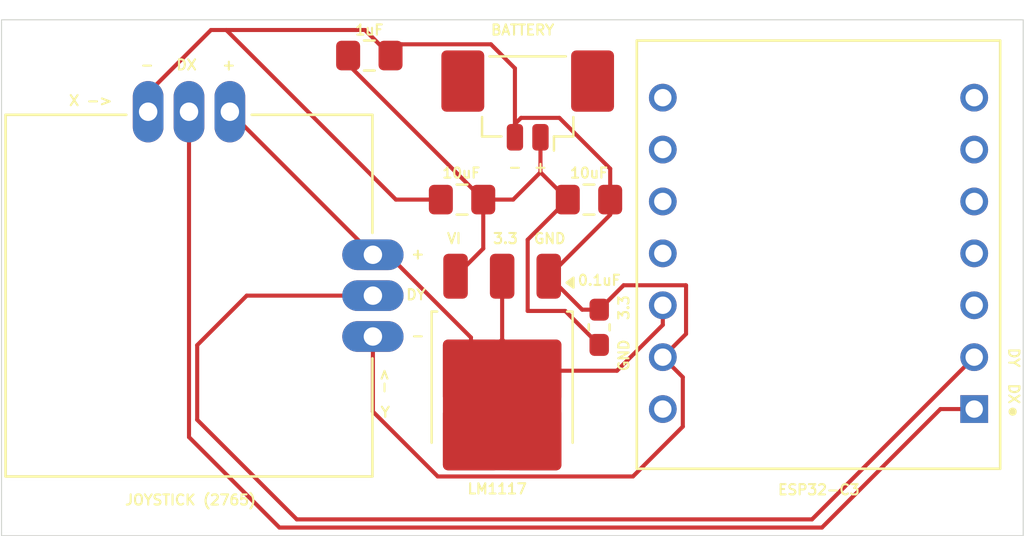
<source format=kicad_pcb>
(kicad_pcb (version 20240108) (generator "pcbnew") (generator_version "8.0")
  (layers (0 "F.Cu" signal) (31 "B.Cu" signal) (34 "B.Paste" user) (35 "F.Paste" user) (36 "B.SilkS" user "B.Silkscreen") (37 "F.SilkS" user "F.Silkscreen") (38 "B.Mask" user) (39 "F.Mask" user) (44 "Edge.Cuts" user))
  (net 0 "")
  (net 1 "/PWR")
  (net 2 "GND")
  (net 3 "/3.3V")
  (net 14 "/Y")
  (net 15 "/X")
  (footprint "Capacitor_SMD:C_0805_2012Metric_Pad1.18x1.45mm_HandSolder" (layer "F.Cu") (at 55.5 54.25)
    (property "Reference" "1uF" (at 0 -1.25 0) (layer "F.SilkS") (effects (font (size 0.5 0.5) (thickness 0.1) (bold yes))))
    (property "Value" "1uF")
    (fp_line (start -0.261252 -0.735) (end 0.261252 -0.735) (stroke (width 0.12)) (layer "F.SilkS"))
    (fp_line (start -0.261252 0.735) (end 0.261252 0.735) (stroke (width 0.12)) (layer "F.SilkS"))
    (pad "1" smd roundrect (at -1.0375 0) (size 1.175 1.45) (layers "F.Cu" "F.Paste" "F.Mask") (roundrect_rratio 0.212766) (net 1 "/PWR"))
    (pad "2" smd roundrect (at 1.0375 0) (size 1.175 1.45) (layers "F.Cu" "F.Paste" "F.Mask") (roundrect_rratio 0.212766) (net 2 "GND"))
  )
  (footprint "Package_TO_SOT_SMD:TO-252-3_TabPin2" (layer "F.Cu") (at 62 70.09 -90)
    (property "Reference" "U1")
    (property "Value" "LM1117DT-3.3")
    (fp_line (start -3.31 3.45) (end -3.31 3.18) (stroke (width 0.12)) (layer "F.SilkS"))
    (fp_line (start 3.11 3.45) (end -3.31 3.45) (stroke (width 0.12)) (layer "F.SilkS"))
    (fp_line (start -3.31 -3.45) (end -3.31 -3.18) (stroke (width 0.12)) (layer "F.SilkS"))
    (fp_line (start 3.11 -3.45) (end -3.31 -3.45) (stroke (width 0.12)) (layer "F.SilkS"))
    (fp_poly (pts (xy -4.725 -3.16) (xy -4.965 -3.49) (xy -4.485 -3.49) (xy -4.725 -3.16)) (stroke (width 0.12)) (fill solid) (layer "F.SilkS"))
    (pad "1" smd roundrect (at -5.04 -2.28 270) (size 2.2 1.2) (layers "F.Cu" "F.Paste" "F.Mask") (roundrect_rratio 0.208333) (net 2 "GND"))
    (pad "2" smd roundrect (at -5.04 0 270) (size 2.2 1.2) (layers "F.Cu" "F.Paste" "F.Mask") (roundrect_rratio 0.208333) (net 3 "/3.3V"))
    (pad "2" smd roundrect (at -0.415 -1.525 270) (size 3.05 2.75) (layers "F.Cu" "F.Paste") (roundrect_rratio 0.090909) (net 3 "/3.3V"))
    (pad "2" smd roundrect (at -0.415 1.525 270) (size 3.05 2.75) (layers "F.Cu" "F.Paste") (roundrect_rratio 0.090909) (net 3 "/3.3V"))
    (pad "2" smd roundrect (at 1.26 0 270) (size 6.4 5.8) (layers "F.Cu" "F.Mask") (roundrect_rratio 0.043103) (net 3 "/3.3V"))
    (pad "2" smd roundrect (at 2.935 -1.525 270) (size 3.05 2.75) (layers "F.Cu" "F.Paste") (roundrect_rratio 0.090909) (net 3 "/3.3V"))
    (pad "2" smd roundrect (at 2.935 1.525 270) (size 3.05 2.75) (layers "F.Cu" "F.Paste") (roundrect_rratio 0.090909) (net 3 "/3.3V"))
    (pad "3" smd roundrect (at -5.04 2.28 270) (size 2.2 1.2) (layers "F.Cu" "F.Paste" "F.Mask") (roundrect_rratio 0.208333) (net 1 "/PWR"))
  )
  (footprint "Connector_Molex:Molex_PicoBlade_53398-0271_1x02-1MP_P1.25mm_Vertical" (layer "F.Cu") (at 63.25 57 180)
    (property "Reference" "BATTERY" (at 0.25 4 180) (layer "F.SilkS") (effects (font (size 0.5 0.5) (thickness 0.1) (bold yes))))
    (property "Value" "BATTERY")
    (fp_line (start 2.235 -0.26) (end 2.235 -1.21) (stroke (width 0.12)) (layer "F.SilkS"))
    (fp_line (start 2.235 -1.21) (end 1.285 -1.21) (stroke (width 0.12)) (layer "F.SilkS"))
    (fp_line (start -1.285 -1.21) (end -1.285 -1.9) (stroke (width 0.12)) (layer "F.SilkS"))
    (fp_line (start -1.865 2.71) (end 1.865 2.71) (stroke (width 0.12)) (layer "F.SilkS"))
    (fp_line (start -2.235 -0.26) (end -2.235 -1.21) (stroke (width 0.12)) (layer "F.SilkS"))
    (fp_line (start -2.235 -1.21) (end -1.285 -1.21) (stroke (width 0.12)) (layer "F.SilkS"))
    (pad "1" smd roundrect (at -0.625 -1.25 180) (size 0.8 1.3) (layers "F.Cu" "F.Paste" "F.Mask") (net 1 "/PWR"))
    (pad "2" smd roundrect (at 0.625 -1.25 180) (size 0.8 1.3) (layers "F.Cu" "F.Paste" "F.Mask") (net 2 "GND"))
    (pad "MP" smd roundrect (at -3.175 1.5 180) (size 2.1 3) (layers "F.Cu" "F.Paste" "F.Mask") (roundrect_rratio 0.119048))
    (pad "MP" smd roundrect (at 3.175 1.5 180) (size 2.1 3) (layers "F.Cu" "F.Paste" "F.Mask") (roundrect_rratio 0.119048))
  )
  (footprint "Capacitor_SMD:C_0805_2012Metric_Pad1.18x1.45mm_HandSolder" (layer "F.Cu") (at 60.0375 61.3 180)
    (property "Reference" "10uF" (at 0.0375 1.3 180) (layer "F.SilkS") (effects (font (size 0.5 0.5) (thickness 0.1) (bold yes))))
    (property "Value" "10uF")
    (fp_line (start -0.261252 0.735) (end 0.261252 0.735) (stroke (width 0.12)) (layer "F.SilkS"))
    (fp_line (start -0.261252 -0.735) (end 0.261252 -0.735) (stroke (width 0.12)) (layer "F.SilkS"))
    (pad "1" smd roundrect (at -1.0375 0 180) (size 1.175 1.45) (layers "F.Cu" "F.Paste" "F.Mask") (roundrect_rratio 0.212766) (net 1 "/PWR"))
    (pad "2" smd roundrect (at 1.0375 0 180) (size 1.175 1.45) (layers "F.Cu" "F.Paste" "F.Mask") (roundrect_rratio 0.212766) (net 2 "GND"))
  )
  (footprint "Capacitor_SMD:C_0603_1608Metric_Pad1.08x0.95mm_HandSolder" (layer "F.Cu") (at 66.75 67.55 90)
    (property "Reference" "0.1uF" (at 2.3 0 0) (layer "F.SilkS") (effects (font (size 0.5 0.5) (thickness 0.1) (bold yes))))
    (property "Value" "0.1uF")
    (fp_line (start -0.146267 -0.51) (end 0.146267 -0.51) (stroke (width 0.12)) (layer "F.SilkS"))
    (fp_line (start -0.146267 0.51) (end 0.146267 0.51) (stroke (width 0.12)) (layer "F.SilkS"))
    (pad "1" smd roundrect (at -0.8625 0 90) (size 1.075 0.95) (layers "F.Cu" "F.Paste" "F.Mask") (net 1 "/PWR"))
    (pad "2" smd roundrect (at 0.8625 0 90) (size 1.075 0.95) (layers "F.Cu" "F.Paste" "F.Mask") (net 2 "GND"))
  )
  (footprint "113991054:MODULE_113991054" (layer "F.Cu") (at 77.4825 63.995 180)
    (property "Reference" "ESP32-C3" (at -0.0175 -11.505 180) (layer "F.SilkS") (effects (font (size 0.5 0.5) (thickness 0.1) (bold yes))))
    (property "Value" "113991054")
    (fp_line (start 8.89 10.4775) (end -8.89 10.4775) (stroke (width 0.127)) (layer "F.SilkS"))
    (fp_line (start 8.89 -10.4775) (end 8.89 10.4775) (stroke (width 0.127)) (layer "F.SilkS"))
    (fp_line (start -8.89 10.4775) (end -8.89 -10.4775) (stroke (width 0.127)) (layer "F.SilkS"))
    (fp_line (start -8.89 -10.4775) (end 8.89 -10.4775) (stroke (width 0.127)) (layer "F.SilkS"))
    (fp_circle (center -9.5 -7.6835) (end -9.4 -7.6835) (stroke (width 0.2)) (fill none) (layer "F.SilkS"))
    (pad "1" thru_hole rect (at -7.62 -7.5565 180) (size 1.358 1.358) (drill 0.85) (layers "*.Cu" "*.Mask") (net 15 "/X"))
    (pad "2" thru_hole circle (at -7.62 -5.0165 180) (size 1.358 1.358) (drill 0.85) (layers "*.Cu" "*.Mask") (net 14 "/Y"))
    (pad "3" thru_hole circle (at -7.62 -2.4765 180) (size 1.358 1.358) (drill 0.85) (layers "*.Cu" "*.Mask"))
    (pad "4" thru_hole circle (at -7.62 0.0635 180) (size 1.358 1.358) (drill 0.85) (layers "*.Cu" "*.Mask"))
    (pad "5" thru_hole circle (at -7.62 2.6035 180) (size 1.358 1.358) (drill 0.85) (layers "*.Cu" "*.Mask"))
    (pad "6" thru_hole circle (at -7.62 5.1435 180) (size 1.358 1.358) (drill 0.85) (layers "*.Cu" "*.Mask"))
    (pad "7" thru_hole circle (at -7.62 7.6835 180) (size 1.358 1.358) (drill 0.85) (layers "*.Cu" "*.Mask"))
    (pad "8" thru_hole circle (at 7.62 7.6835 180) (size 1.358 1.358) (drill 0.85) (layers "*.Cu" "*.Mask"))
    (pad "9" thru_hole circle (at 7.62 5.1435 180) (size 1.358 1.358) (drill 0.85) (layers "*.Cu" "*.Mask"))
    (pad "10" thru_hole circle (at 7.62 2.6035 180) (size 1.358 1.358) (drill 0.85) (layers "*.Cu" "*.Mask"))
    (pad "11" thru_hole circle (at 7.62 0.0635 180) (size 1.358 1.358) (drill 0.85) (layers "*.Cu" "*.Mask"))
    (pad "12" thru_hole circle (at 7.62 -2.4765 180) (size 1.358 1.358) (drill 0.85) (layers "*.Cu" "*.Mask") (net 3 "/3.3V"))
    (pad "13" thru_hole circle (at 7.62 -5.0165 180) (size 1.358 1.358) (drill 0.85) (layers "*.Cu" "*.Mask") (net 2 "GND"))
    (pad "14" thru_hole circle (at 7.62 -7.5565 180) (size 1.358 1.358) (drill 0.85) (layers "*.Cu" "*.Mask"))
  )
  (footprint "2765:SW_2765" (layer "F.Cu") (at 46.675 66 90)
    (property "Reference" "JOYSTICK (2765)" (at -10 0.075 0) (layer "F.SilkS") (effects (font (size 0.5 0.5) (thickness 0.1) (bold yes))))
    (property "Value" "2765")
    (fp_line (start 8.85 -8.975) (end 8.85 -3.07) (stroke (width 0.127)) (layer "F.SilkS"))
    (fp_line (start -8.85 -8.975) (end 8.85 -8.975) (stroke (width 0.127)) (layer "F.SilkS"))
    (fp_line (start 8.85 8.975) (end 8.85 3.07) (stroke (width 0.127)) (layer "F.SilkS"))
    (fp_line (start 8.85 8.975) (end 3.07 8.975) (stroke (width 0.127)) (layer "F.SilkS"))
    (fp_line (start -3.07 8.975) (end -8.85 8.975) (stroke (width 0.127)) (layer "F.SilkS"))
    (fp_line (start -8.85 8.975) (end -8.85 -8.975) (stroke (width 0.127)) (layer "F.SilkS"))
    (pad "" np_thru_hole circle (at -6 6 90) (size 1.6 1.6) (drill 1.6) (layers "*.Cu" "*.Mask"))
    (pad "" np_thru_hole circle (at 6 -6 90) (size 1.6 1.6) (drill 1.6) (layers "*.Cu" "*.Mask"))
    (pad "X" thru_hole oval (at 9 0 90) (size 3 1.5) (drill 0.9) (layers "*.Cu" "*.Mask") (net 15 "/X"))
    (pad "X+" thru_hole oval (at 9 2 90) (size 3 1.5) (drill 0.9) (layers "*.Cu" "*.Mask") (net 3 "/3.3V"))
    (pad "X-" thru_hole oval (at 9 -2 90) (size 3 1.5) (drill 0.9) (layers "*.Cu" "*.Mask") (net 2 "GND"))
    (pad "Y" thru_hole oval (at 0 9 90) (size 1.5 3) (drill 0.9) (layers "*.Cu" "*.Mask") (net 14 "/Y"))
    (pad "Y+" thru_hole oval (at 2 9 90) (size 1.5 3) (drill 0.9) (layers "*.Cu" "*.Mask") (net 3 "/3.3V"))
    (pad "Y-" thru_hole oval (at -2 9 90) (size 1.5 3) (drill 0.9) (layers "*.Cu" "*.Mask") (net 2 "GND"))
  )
  (footprint "Capacitor_SMD:C_0805_2012Metric_Pad1.18x1.45mm_HandSolder" (layer "F.Cu") (at 66.25 61.3)
    (property "Reference" "10uF" (at 0 -1.3 0) (layer "F.SilkS") (effects (font (size 0.5 0.5) (thickness 0.1) (bold yes))))
    (property "Value" "10uF")
    (fp_line (start -0.261252 -0.735) (end 0.261252 -0.735) (stroke (width 0.12)) (layer "F.SilkS"))
    (fp_line (start -0.261252 0.735) (end 0.261252 0.735) (stroke (width 0.12)) (layer "F.SilkS"))
    (pad "1" smd roundrect (at -1.0375 0) (size 1.175 1.45) (layers "F.Cu" "F.Paste" "F.Mask") (roundrect_rratio 0.212766) (net 1 "/PWR"))
    (pad "2" smd roundrect (at 1.0375 0) (size 1.175 1.45) (layers "F.Cu" "F.Paste" "F.Mask") (roundrect_rratio 0.212766) (net 2 "GND"))
  )
  (gr_rect (start 37.5 52.5) (end 87.5 77.75) (stroke (width 0.05)) (fill none) (layer "Edge.Cuts"))
  (gr_text "+" (at 57.5 64.25 0) (layer "F.SilkS") (effects (font (size 0.5 0.5) (thickness 0.1)) (justify left bottom)))
  (gr_text "DX" (at 86.75 70.25 -90) (layer "F.SilkS") (effects (font (size 0.5 0.5) (thickness 0.1)) (justify left bottom)))
  (gr_text "DY" (at 86.75 68.5 -90) (layer "F.SilkS") (effects (font (size 0.5 0.5) (thickness 0.1)) (justify left bottom)))
  (gr_text "-\n" (at 44.25 55 0) (layer "F.SilkS") (effects (font (size 0.5 0.5) (thickness 0.1)) (justify left bottom)))
  (gr_text "GND" (at 63.5 63.5 0) (layer "F.SilkS") (effects (font (size 0.5 0.5) (thickness 0.1)) (justify left bottom)))
  (gr_text " ->\n" (at 56.5 71.25 90) (layer "F.SilkS") (effects (font (size 0.5 0.5) (thickness 0.1)) (justify left bottom)))
  (gr_text "Y" (at 56 72 0) (layer "F.SilkS") (effects (font (size 0.5 0.5) (thickness 0.1)) (justify left bottom)))
  (gr_text "+\n" (at 63.5 60 0) (layer "F.SilkS") (effects (font (size 0.5 0.5) (thickness 0.1)) (justify left bottom)))
  (gr_text "LM1117" (at 60.25 75.75 0) (layer "F.SilkS") (effects (font (size 0.5 0.5) (thickness 0.1)) (justify left bottom)))
  (gr_text "+" (at 48.25 55 0) (layer "F.SilkS") (effects (font (size 0.5 0.5) (thickness 0.1)) (justify left bottom)))
  (gr_text "DX" (at 46 55 0) (layer "F.SilkS") (effects (font (size 0.5 0.5) (thickness 0.1)) (justify left bottom)))
  (gr_text "-" (at 62.25 60 0) (layer "F.SilkS") (effects (font (size 0.5 0.5) (thickness 0.1)) (justify left bottom)))
  (gr_text "X ->\n" (at 40.75 56.75 0) (layer "F.SilkS") (effects (font (size 0.5 0.5) (thickness 0.1)) (justify left bottom)))
  (gr_text "-\n" (at 57.5 68.25 0) (layer "F.SilkS") (effects (font (size 0.5 0.5) (thickness 0.1)) (justify left bottom)))
  (gr_text "VI" (at 59.25 63.5 0) (layer "F.SilkS") (effects (font (size 0.5 0.5) (thickness 0.1)) (justify left bottom)))
  (gr_text "3.3" (at 68.25 67.25 90) (layer "F.SilkS") (effects (font (size 0.5 0.5) (thickness 0.1)) (justify left bottom)))
  (gr_text "3.3" (at 61.5 63.5 0) (layer "F.SilkS") (effects (font (size 0.5 0.5) (thickness 0.1)) (justify left bottom)))
  (gr_text "DY" (at 57.25 66.25 0) (layer "F.SilkS") (effects (font (size 0.5 0.5) (thickness 0.1)) (justify left bottom)))
  (gr_text "GND" (at 68.25 69.75 90) (layer "F.SilkS") (effects (font (size 0.5 0.5) (thickness 0.1)) (justify left bottom)))
  (segment (start 63.875 59.9625) (end 65.2125 61.3) (width 0.2) (layer "F.Cu") (net 1))
  (segment (start 63.25 66.75) (end 65.0875 66.75) (width 0.2) (layer "F.Cu") (net 1))
  (segment (start 61.075 61.3) (end 61.075 63.695) (width 0.2) (layer "F.Cu") (net 1))
  (segment (start 54.4625 54.6875) (end 61.075 61.3) (width 0.2) (layer "F.Cu") (net 1))
  (segment (start 65.0875 66.75) (end 66.75 68.4125) (width 0.2) (layer "F.Cu") (net 1))
  (segment (start 63.25 63.2625) (end 63.25 66.75) (width 0.2) (layer "F.Cu") (net 1))
  (segment (start 62.5375 61.3) (end 61.075 61.3) (width 0.2) (layer "F.Cu") (net 1))
  (segment (start 54.4625 54.25) (end 54.4625 54.6875) (width 0.2) (layer "F.Cu") (net 1))
  (segment (start 65.2125 61.3) (end 63.25 63.2625) (width 0.2) (layer "F.Cu") (net 1))
  (segment (start 59.25 64.25) (end 59.97 64.25) (width 0.2) (layer "F.Cu") (net 1))
  (segment (start 63.875 59.9625) (end 62.5375 61.3) (width 0.2) (layer "F.Cu") (net 1))
  (segment (start 61.075 63.695) (end 59.72 65.05) (width 0.2) (layer "F.Cu") (net 1))
  (segment (start 63.875 58.25) (end 63.875 59.9625) (width 0.2) (layer "F.Cu") (net 1))
  (segment (start 71 67.874) (end 69.8625 69.0115) (width 0.2) (layer "F.Cu") (net 2))
  (segment (start 70.9925 65.4925) (end 71 65.5) (width 0.2) (layer "F.Cu") (net 2))
  (segment (start 58.85 74.85) (end 68.4 74.85) (width 0.2) (layer "F.Cu") (net 2))
  (segment (start 55.675 71.675) (end 58.85 74.85) (width 0.2) (layer "F.Cu") (net 2))
  (segment (start 71 65.5) (end 71 67.874) (width 0.2) (layer "F.Cu") (net 2))
  (segment (start 55.675 68) (end 55.675 71.675) (width 0.2) (layer "F.Cu") (net 2))
  (segment (start 65.9175 66.6875) (end 66.75 66.6875) (width 0.2) (layer "F.Cu") (net 2))
  (segment (start 58.75 61.55) (end 59 61.3) (width 0.2) (layer "F.Cu") (net 2))
  (segment (start 62.925 57.3) (end 64.8 57.3) (width 0.2) (layer "F.Cu") (net 2))
  (segment (start 64.8 57.3) (end 67.2875 59.7875) (width 0.2) (layer "F.Cu") (net 2))
  (segment (start 67.945 65.4925) (end 70.9925 65.4925) (width 0.2) (layer "F.Cu") (net 2))
  (segment (start 59 61.3) (end 56.8 61.3) (width 0.2) (layer "F.Cu") (net 2))
  (segment (start 48.5 53) (end 55.2875 53) (width 0.2) (layer "F.Cu") (net 2))
  (segment (start 70.8415 69.9905) (end 69.8625 69.0115) (width 0.2) (layer "F.Cu") (net 2))
  (segment (start 67.2875 59.7875) (end 67.2875 61.3) (width 0.2) (layer "F.Cu") (net 2))
  (segment (start 67.2875 61.3) (end 67.2875 62.0425) (width 0.2) (layer "F.Cu") (net 2))
  (segment (start 62.625 58.25) (end 62.625 57.6) (width 0.2) (layer "F.Cu") (net 2))
  (segment (start 56.8 61.3) (end 48.5 53) (width 0.2) (layer "F.Cu") (net 2))
  (segment (start 66.75 66.6875) (end 67.945 65.4925) (width 0.2) (layer "F.Cu") (net 2))
  (segment (start 67.2875 62.0425) (end 64.28 65.05) (width 0.2) (layer "F.Cu") (net 2))
  (segment (start 68.4 74.85) (end 70.8415 72.4085) (width 0.2) (layer "F.Cu") (net 2))
  (segment (start 55.675 68) (end 56.425 68) (width 0.2) (layer "F.Cu") (net 2))
  (segment (start 44.675 57) (end 44.675 56.075) (width 0.2) (layer "F.Cu") (net 2))
  (segment (start 57.0875 53.7) (end 61.45 53.7) (width 0.2) (layer "F.Cu") (net 2))
  (segment (start 64.28 65.05) (end 65.9175 66.6875) (width 0.2) (layer "F.Cu") (net 2))
  (segment (start 62.625 57.6) (end 62.925 57.3) (width 0.2) (layer "F.Cu") (net 2))
  (segment (start 47.75 53) (end 48.5 53) (width 0.2) (layer "F.Cu") (net 2))
  (segment (start 70.8415 72.4085) (end 70.8415 69.9905) (width 0.2) (layer "F.Cu") (net 2))
  (segment (start 44.675 56.075) (end 47.75 53) (width 0.2) (layer "F.Cu") (net 2))
  (segment (start 64.28 65.05) (end 64.28 65.9425) (width 0.2) (layer "F.Cu") (net 2))
  (segment (start 61.45 53.7) (end 62.625 54.875) (width 0.2) (layer "F.Cu") (net 2))
  (segment (start 62.625 54.875) (end 62.625 58.25) (width 0.2) (layer "F.Cu") (net 2))
  (segment (start 55.2875 53) (end 56.5375 54.25) (width 0.2) (layer "F.Cu") (net 2))
  (segment (start 56.5375 54.25) (end 57.0875 53.7) (width 0.2) (layer "F.Cu") (net 2))
  (segment (start 48.675 57) (end 55.675 64) (width 0.2) (layer "F.Cu") (net 3))
  (segment (start 55.675 64) (end 54.925 64) (width 0.2) (layer "F.Cu") (net 3))
  (segment (start 56.425 64) (end 60.475 68.05) (width 0.2) (layer "F.Cu") (net 3))
  (segment (start 60.475 68.05) (end 60.475 69.675) (width 0.2) (layer "F.Cu") (net 3))
  (segment (start 55.675 64) (end 56.425 64) (width 0.2) (layer "F.Cu") (net 3))
  (segment (start 69.8625 66.4715) (end 69.8625 67.431751) (width 0.2) (layer "F.Cu") (net 3))
  (segment (start 69.8625 67.431751) (end 67.619251 69.675) (width 0.2) (layer "F.Cu") (net 3))
  (segment (start 62 65.05) (end 62 68.15) (width 0.2) (layer "F.Cu") (net 3))
  (segment (start 67.619251 69.675) (end 63.525 69.675) (width 0.2) (layer "F.Cu") (net 3))
  (segment (start 62 68.15) (end 63.525 69.675) (width 0.2) (layer "F.Cu") (net 3))
  (segment (start 62 68.15) (end 60.475 69.675) (width 0.2) (layer "F.Cu") (net 3))
  (segment (start 47.075 68.425) (end 47.075 72.075) (width 0.2) (layer "F.Cu") (net 14))
  (segment (start 55.675 66) (end 56.125 66.45) (width 0.2) (layer "F.Cu") (net 14))
  (segment (start 77.164 76.95) (end 85.1025 69.0115) (width 0.2) (layer "F.Cu") (net 14))
  (segment (start 55.675 66) (end 49.5 66) (width 0.2) (layer "F.Cu") (net 14))
  (segment (start 49.5 66) (end 47.075 68.425) (width 0.2) (layer "F.Cu") (net 14))
  (segment (start 47.075 72.075) (end 51.95 76.95) (width 0.2) (layer "F.Cu") (net 14))
  (segment (start 51.95 76.95) (end 77.164 76.95) (width 0.2) (layer "F.Cu") (net 14))
  (segment (start 51.1 77.35) (end 77.65 77.35) (width 0.2) (layer "F.Cu") (net 15))
  (segment (start 77.65 77.35) (end 83.4485 71.5515) (width 0.2) (layer "F.Cu") (net 15))
  (segment (start 46.675 72.925) (end 51.1 77.35) (width 0.2) (layer "F.Cu") (net 15))
  (segment (start 46.675 57) (end 46.675 72.925) (width 0.2) (layer "F.Cu") (net 15))
  (segment (start 83.4485 71.5515) (end 85.1025 71.5515) (width 0.2) (layer "F.Cu") (net 15))
)
</source>
